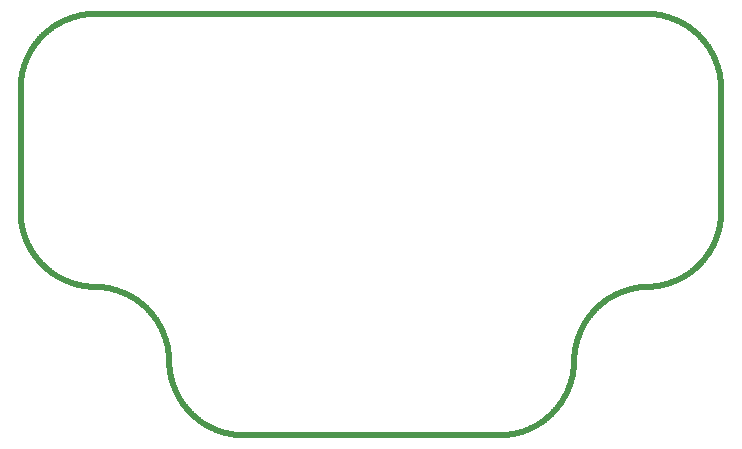
<source format=gbr>
G04 ( created by brdgerber.py ( brdgerber.py v0.1 2014-03-12 ) ) date 2020-07-15 17:06:23 EDT*
G04 Gerber Fmt 3.4, Leading zero omitted, Abs format*
%MOIN*%
%FSLAX34Y34*%
G01*
G70*
G90*
G04 APERTURE LIST*
%ADD13R,0.0550X0.0550*%
%ADD18C,0.0472*%
%ADD16C,0.1600*%
%ADD15C,0.0120*%
%ADD12C,0.0000*%
%ADD11C,0.0787*%
%ADD10C,0.0200*%
%ADD14C,0.0550*%
%ADD17C,0.0150*%
G04 APERTURE END LIST*
G54D13*
D10*
G01X-11250Y-01000D02*
G01X-11250Y-01000D01*
G01X-11250Y-01031D01*
G01X-11249Y-01061D01*
G01X-11248Y-01092D01*
G01X-11247Y-01123D01*
G01X-11245Y-01153D01*
G01X-11243Y-01184D01*
G01X-11241Y-01214D01*
G01X-11238Y-01245D01*
G01X-11235Y-01276D01*
G01X-11231Y-01306D01*
G01X-11227Y-01336D01*
G01X-11223Y-01367D01*
G01X-11218Y-01397D01*
G01X-11213Y-01427D01*
G01X-11208Y-01458D01*
G01X-11202Y-01488D01*
G01X-11196Y-01518D01*
G01X-11189Y-01548D01*
G01X-11182Y-01578D01*
G01X-11175Y-01607D01*
G01X-11167Y-01637D01*
G01X-11159Y-01667D01*
G01X-11151Y-01696D01*
G01X-11142Y-01726D01*
G01X-11133Y-01755D01*
G01X-11124Y-01784D01*
G01X-11114Y-01813D01*
G01X-11104Y-01842D01*
G01X-11093Y-01871D01*
G01X-11082Y-01900D01*
G01X-11071Y-01928D01*
G01X-11060Y-01957D01*
G01X-11048Y-01985D01*
G01X-11036Y-02013D01*
G01X-11023Y-02041D01*
G01X-11010Y-02069D01*
G01X-10997Y-02097D01*
G01X-10983Y-02124D01*
G01X-10969Y-02151D01*
G01X-10955Y-02178D01*
G01X-10940Y-02205D01*
G01X-10925Y-02232D01*
G01X-10910Y-02259D01*
G01X-10894Y-02285D01*
G01X-10878Y-02311D01*
G01X-10862Y-02337D01*
G01X-10846Y-02363D01*
G01X-10829Y-02389D01*
G01X-10811Y-02414D01*
G01X-10794Y-02440D01*
G01X-10776Y-02464D01*
G01X-10758Y-02489D01*
G01X-10740Y-02514D01*
G01X-10721Y-02538D01*
G01X-10702Y-02562D01*
G01X-10683Y-02586D01*
G01X-10663Y-02610D01*
G01X-10643Y-02633D01*
G01X-10623Y-02656D01*
G01X-10602Y-02679D01*
G01X-10582Y-02702D01*
G01X-10561Y-02724D01*
G01X-10539Y-02746D01*
G01X-10518Y-02768D01*
G01X-10496Y-02789D01*
G01X-10474Y-02811D01*
G01X-10452Y-02832D01*
G01X-10429Y-02852D01*
G01X-10406Y-02873D01*
G01X-10383Y-02893D01*
G01X-10360Y-02913D01*
G01X-10336Y-02933D01*
G01X-10312Y-02952D01*
G01X-10288Y-02971D01*
G01X-10264Y-02990D01*
G01X-10239Y-03008D01*
G01X-10214Y-03026D01*
G01X-10190Y-03044D01*
G01X-10164Y-03061D01*
G01X-10139Y-03079D01*
G01X-10113Y-03096D01*
G01X-10087Y-03112D01*
G01X-10061Y-03128D01*
G01X-10035Y-03144D01*
G01X-10009Y-03160D01*
G01X-09982Y-03175D01*
G01X-09955Y-03190D01*
G01X-09928Y-03205D01*
G01X-09901Y-03219D01*
G01X-09874Y-03233D01*
G01X-09847Y-03247D01*
G01X-09819Y-03260D01*
G01X-09791Y-03273D01*
G01X-09763Y-03286D01*
G01X-09735Y-03298D01*
G01X-09707Y-03310D01*
G01X-09678Y-03321D01*
G01X-09650Y-03332D01*
G01X-09621Y-03343D01*
G01X-09592Y-03354D01*
G01X-09563Y-03364D01*
G01X-09534Y-03374D01*
G01X-09505Y-03383D01*
G01X-09476Y-03392D01*
G01X-09446Y-03401D01*
G01X-09417Y-03409D01*
G01X-09387Y-03417D01*
G01X-09357Y-03425D01*
G01X-09328Y-03432D01*
G01X-09298Y-03439D01*
G01X-09268Y-03446D01*
G01X-09238Y-03452D01*
G01X-09208Y-03458D01*
G01X-09177Y-03463D01*
G01X-09147Y-03468D01*
G01X-09117Y-03473D01*
G01X-09086Y-03477D01*
G01X-09056Y-03481D01*
G01X-09026Y-03485D01*
G01X-08995Y-03488D01*
G01X-08964Y-03491D01*
G01X-08934Y-03493D01*
G01X-08903Y-03495D01*
G01X-08873Y-03497D01*
G01X-08842Y-03498D01*
G01X-08811Y-03499D01*
G01X-08781Y-03500D01*
G01X-08750Y-03500D01*
D10*
G01X-08750Y05600D02*
G01X09600Y05600D01*
D10*
G01X-11250Y03100D02*
G01X-11250Y-01000D01*
D10*
G01X12100Y03100D02*
G01X12100Y-01000D01*
D10*
G01X-08750Y05600D02*
G01X-08750Y05600D01*
G01X-08781Y05600D01*
G01X-08811Y05599D01*
G01X-08842Y05598D01*
G01X-08873Y05597D01*
G01X-08903Y05595D01*
G01X-08934Y05593D01*
G01X-08964Y05591D01*
G01X-08995Y05588D01*
G01X-09026Y05585D01*
G01X-09056Y05581D01*
G01X-09086Y05577D01*
G01X-09117Y05573D01*
G01X-09147Y05568D01*
G01X-09177Y05563D01*
G01X-09208Y05558D01*
G01X-09238Y05552D01*
G01X-09268Y05546D01*
G01X-09298Y05539D01*
G01X-09328Y05532D01*
G01X-09357Y05525D01*
G01X-09387Y05517D01*
G01X-09417Y05509D01*
G01X-09446Y05501D01*
G01X-09476Y05492D01*
G01X-09505Y05483D01*
G01X-09534Y05474D01*
G01X-09563Y05464D01*
G01X-09592Y05454D01*
G01X-09621Y05443D01*
G01X-09650Y05432D01*
G01X-09678Y05421D01*
G01X-09707Y05410D01*
G01X-09735Y05398D01*
G01X-09763Y05386D01*
G01X-09791Y05373D01*
G01X-09819Y05360D01*
G01X-09847Y05347D01*
G01X-09874Y05333D01*
G01X-09901Y05319D01*
G01X-09928Y05305D01*
G01X-09955Y05290D01*
G01X-09982Y05275D01*
G01X-10009Y05260D01*
G01X-10035Y05244D01*
G01X-10061Y05228D01*
G01X-10087Y05212D01*
G01X-10113Y05196D01*
G01X-10139Y05179D01*
G01X-10164Y05161D01*
G01X-10190Y05144D01*
G01X-10214Y05126D01*
G01X-10239Y05108D01*
G01X-10264Y05090D01*
G01X-10288Y05071D01*
G01X-10312Y05052D01*
G01X-10336Y05033D01*
G01X-10360Y05013D01*
G01X-10383Y04993D01*
G01X-10406Y04973D01*
G01X-10429Y04952D01*
G01X-10452Y04932D01*
G01X-10474Y04911D01*
G01X-10496Y04889D01*
G01X-10518Y04868D01*
G01X-10539Y04846D01*
G01X-10561Y04824D01*
G01X-10582Y04802D01*
G01X-10602Y04779D01*
G01X-10623Y04756D01*
G01X-10643Y04733D01*
G01X-10663Y04710D01*
G01X-10683Y04686D01*
G01X-10702Y04662D01*
G01X-10721Y04638D01*
G01X-10740Y04614D01*
G01X-10758Y04589D01*
G01X-10776Y04564D01*
G01X-10794Y04540D01*
G01X-10811Y04514D01*
G01X-10829Y04489D01*
G01X-10846Y04463D01*
G01X-10862Y04437D01*
G01X-10878Y04411D01*
G01X-10894Y04385D01*
G01X-10910Y04359D01*
G01X-10925Y04332D01*
G01X-10940Y04305D01*
G01X-10955Y04278D01*
G01X-10969Y04251D01*
G01X-10983Y04224D01*
G01X-10997Y04197D01*
G01X-11010Y04169D01*
G01X-11023Y04141D01*
G01X-11036Y04113D01*
G01X-11048Y04085D01*
G01X-11060Y04057D01*
G01X-11071Y04028D01*
G01X-11082Y04000D01*
G01X-11093Y03971D01*
G01X-11104Y03942D01*
G01X-11114Y03913D01*
G01X-11124Y03884D01*
G01X-11133Y03855D01*
G01X-11142Y03826D01*
G01X-11151Y03796D01*
G01X-11159Y03767D01*
G01X-11167Y03737D01*
G01X-11175Y03707D01*
G01X-11182Y03678D01*
G01X-11189Y03648D01*
G01X-11196Y03618D01*
G01X-11202Y03588D01*
G01X-11208Y03558D01*
G01X-11213Y03527D01*
G01X-11218Y03497D01*
G01X-11223Y03467D01*
G01X-11227Y03436D01*
G01X-11231Y03406D01*
G01X-11235Y03376D01*
G01X-11238Y03345D01*
G01X-11241Y03314D01*
G01X-11243Y03284D01*
G01X-11245Y03253D01*
G01X-11247Y03223D01*
G01X-11248Y03192D01*
G01X-11249Y03161D01*
G01X-11250Y03131D01*
G01X-11250Y03100D01*
D10*
G01X12100Y03100D02*
G01X12100Y03100D01*
G01X12100Y03131D01*
G01X12099Y03161D01*
G01X12098Y03192D01*
G01X12097Y03223D01*
G01X12095Y03253D01*
G01X12093Y03284D01*
G01X12091Y03314D01*
G01X12088Y03345D01*
G01X12085Y03376D01*
G01X12081Y03406D01*
G01X12077Y03436D01*
G01X12073Y03467D01*
G01X12068Y03497D01*
G01X12063Y03527D01*
G01X12058Y03558D01*
G01X12052Y03588D01*
G01X12046Y03618D01*
G01X12039Y03648D01*
G01X12032Y03678D01*
G01X12025Y03707D01*
G01X12017Y03737D01*
G01X12009Y03767D01*
G01X12001Y03796D01*
G01X11992Y03826D01*
G01X11983Y03855D01*
G01X11974Y03884D01*
G01X11964Y03913D01*
G01X11954Y03942D01*
G01X11943Y03971D01*
G01X11932Y04000D01*
G01X11921Y04028D01*
G01X11910Y04057D01*
G01X11898Y04085D01*
G01X11886Y04113D01*
G01X11873Y04141D01*
G01X11860Y04169D01*
G01X11847Y04197D01*
G01X11833Y04224D01*
G01X11819Y04251D01*
G01X11805Y04278D01*
G01X11790Y04305D01*
G01X11775Y04332D01*
G01X11760Y04359D01*
G01X11744Y04385D01*
G01X11728Y04411D01*
G01X11712Y04437D01*
G01X11696Y04463D01*
G01X11679Y04489D01*
G01X11661Y04514D01*
G01X11644Y04540D01*
G01X11626Y04564D01*
G01X11608Y04589D01*
G01X11590Y04614D01*
G01X11571Y04638D01*
G01X11552Y04662D01*
G01X11533Y04686D01*
G01X11513Y04710D01*
G01X11493Y04733D01*
G01X11473Y04756D01*
G01X11452Y04779D01*
G01X11432Y04802D01*
G01X11411Y04824D01*
G01X11389Y04846D01*
G01X11368Y04868D01*
G01X11346Y04889D01*
G01X11324Y04911D01*
G01X11302Y04932D01*
G01X11279Y04952D01*
G01X11256Y04973D01*
G01X11233Y04993D01*
G01X11210Y05013D01*
G01X11186Y05033D01*
G01X11162Y05052D01*
G01X11138Y05071D01*
G01X11114Y05090D01*
G01X11089Y05108D01*
G01X11064Y05126D01*
G01X11040Y05144D01*
G01X11014Y05161D01*
G01X10989Y05179D01*
G01X10963Y05196D01*
G01X10937Y05212D01*
G01X10911Y05228D01*
G01X10885Y05244D01*
G01X10859Y05260D01*
G01X10832Y05275D01*
G01X10805Y05290D01*
G01X10778Y05305D01*
G01X10751Y05319D01*
G01X10724Y05333D01*
G01X10697Y05347D01*
G01X10669Y05360D01*
G01X10641Y05373D01*
G01X10613Y05386D01*
G01X10585Y05398D01*
G01X10557Y05410D01*
G01X10528Y05421D01*
G01X10500Y05432D01*
G01X10471Y05443D01*
G01X10442Y05454D01*
G01X10413Y05464D01*
G01X10384Y05474D01*
G01X10355Y05483D01*
G01X10326Y05492D01*
G01X10296Y05501D01*
G01X10267Y05509D01*
G01X10237Y05517D01*
G01X10207Y05525D01*
G01X10178Y05532D01*
G01X10148Y05539D01*
G01X10118Y05546D01*
G01X10088Y05552D01*
G01X10058Y05558D01*
G01X10027Y05563D01*
G01X09997Y05568D01*
G01X09967Y05573D01*
G01X09936Y05577D01*
G01X09906Y05581D01*
G01X09876Y05585D01*
G01X09845Y05588D01*
G01X09814Y05591D01*
G01X09784Y05593D01*
G01X09753Y05595D01*
G01X09723Y05597D01*
G01X09692Y05598D01*
G01X09661Y05599D01*
G01X09631Y05600D01*
G01X09600Y05600D01*
D10*
G01X09600Y-03500D02*
G01X09600Y-03500D01*
G01X09631Y-03500D01*
G01X09661Y-03499D01*
G01X09692Y-03498D01*
G01X09723Y-03497D01*
G01X09753Y-03495D01*
G01X09784Y-03493D01*
G01X09814Y-03491D01*
G01X09845Y-03488D01*
G01X09876Y-03485D01*
G01X09906Y-03481D01*
G01X09936Y-03477D01*
G01X09967Y-03473D01*
G01X09997Y-03468D01*
G01X10027Y-03463D01*
G01X10058Y-03458D01*
G01X10088Y-03452D01*
G01X10118Y-03446D01*
G01X10148Y-03439D01*
G01X10178Y-03432D01*
G01X10207Y-03425D01*
G01X10237Y-03417D01*
G01X10267Y-03409D01*
G01X10296Y-03401D01*
G01X10326Y-03392D01*
G01X10355Y-03383D01*
G01X10384Y-03374D01*
G01X10413Y-03364D01*
G01X10442Y-03354D01*
G01X10471Y-03343D01*
G01X10500Y-03332D01*
G01X10528Y-03321D01*
G01X10557Y-03310D01*
G01X10585Y-03298D01*
G01X10613Y-03286D01*
G01X10641Y-03273D01*
G01X10669Y-03260D01*
G01X10697Y-03247D01*
G01X10724Y-03233D01*
G01X10751Y-03219D01*
G01X10778Y-03205D01*
G01X10805Y-03190D01*
G01X10832Y-03175D01*
G01X10859Y-03160D01*
G01X10885Y-03144D01*
G01X10911Y-03128D01*
G01X10937Y-03112D01*
G01X10963Y-03096D01*
G01X10989Y-03079D01*
G01X11014Y-03061D01*
G01X11040Y-03044D01*
G01X11064Y-03026D01*
G01X11089Y-03008D01*
G01X11114Y-02990D01*
G01X11138Y-02971D01*
G01X11162Y-02952D01*
G01X11186Y-02933D01*
G01X11210Y-02913D01*
G01X11233Y-02893D01*
G01X11256Y-02873D01*
G01X11279Y-02852D01*
G01X11302Y-02832D01*
G01X11324Y-02811D01*
G01X11346Y-02789D01*
G01X11368Y-02768D01*
G01X11389Y-02746D01*
G01X11411Y-02724D01*
G01X11432Y-02702D01*
G01X11452Y-02679D01*
G01X11473Y-02656D01*
G01X11493Y-02633D01*
G01X11513Y-02610D01*
G01X11533Y-02586D01*
G01X11552Y-02562D01*
G01X11571Y-02538D01*
G01X11590Y-02514D01*
G01X11608Y-02489D01*
G01X11626Y-02464D01*
G01X11644Y-02440D01*
G01X11661Y-02414D01*
G01X11679Y-02389D01*
G01X11696Y-02363D01*
G01X11712Y-02337D01*
G01X11728Y-02311D01*
G01X11744Y-02285D01*
G01X11760Y-02259D01*
G01X11775Y-02232D01*
G01X11790Y-02205D01*
G01X11805Y-02178D01*
G01X11819Y-02151D01*
G01X11833Y-02124D01*
G01X11847Y-02097D01*
G01X11860Y-02069D01*
G01X11873Y-02041D01*
G01X11886Y-02013D01*
G01X11898Y-01985D01*
G01X11910Y-01957D01*
G01X11921Y-01928D01*
G01X11932Y-01900D01*
G01X11943Y-01871D01*
G01X11954Y-01842D01*
G01X11964Y-01813D01*
G01X11974Y-01784D01*
G01X11983Y-01755D01*
G01X11992Y-01726D01*
G01X12001Y-01696D01*
G01X12009Y-01667D01*
G01X12017Y-01637D01*
G01X12025Y-01607D01*
G01X12032Y-01578D01*
G01X12039Y-01548D01*
G01X12046Y-01518D01*
G01X12052Y-01488D01*
G01X12058Y-01458D01*
G01X12063Y-01427D01*
G01X12068Y-01397D01*
G01X12073Y-01367D01*
G01X12077Y-01336D01*
G01X12081Y-01306D01*
G01X12085Y-01276D01*
G01X12088Y-01245D01*
G01X12091Y-01214D01*
G01X12093Y-01184D01*
G01X12095Y-01153D01*
G01X12097Y-01123D01*
G01X12098Y-01092D01*
G01X12099Y-01061D01*
G01X12100Y-01031D01*
G01X12100Y-01000D01*
D10*
G01X09700Y-03500D02*
G01X09700Y-03500D01*
G01X09669Y-03500D01*
G01X09639Y-03501D01*
G01X09608Y-03502D01*
G01X09577Y-03503D01*
G01X09547Y-03505D01*
G01X09516Y-03507D01*
G01X09486Y-03509D01*
G01X09455Y-03512D01*
G01X09424Y-03515D01*
G01X09394Y-03519D01*
G01X09364Y-03523D01*
G01X09333Y-03527D01*
G01X09303Y-03532D01*
G01X09273Y-03537D01*
G01X09242Y-03542D01*
G01X09212Y-03548D01*
G01X09182Y-03554D01*
G01X09152Y-03561D01*
G01X09122Y-03568D01*
G01X09093Y-03575D01*
G01X09063Y-03583D01*
G01X09033Y-03591D01*
G01X09004Y-03599D01*
G01X08974Y-03608D01*
G01X08945Y-03617D01*
G01X08916Y-03626D01*
G01X08887Y-03636D01*
G01X08858Y-03646D01*
G01X08829Y-03657D01*
G01X08800Y-03668D01*
G01X08772Y-03679D01*
G01X08743Y-03690D01*
G01X08715Y-03702D01*
G01X08687Y-03714D01*
G01X08659Y-03727D01*
G01X08631Y-03740D01*
G01X08603Y-03753D01*
G01X08576Y-03767D01*
G01X08549Y-03781D01*
G01X08522Y-03795D01*
G01X08495Y-03810D01*
G01X08468Y-03825D01*
G01X08441Y-03840D01*
G01X08415Y-03856D01*
G01X08389Y-03872D01*
G01X08363Y-03888D01*
G01X08337Y-03904D01*
G01X08311Y-03921D01*
G01X08286Y-03939D01*
G01X08260Y-03956D01*
G01X08236Y-03974D01*
G01X08211Y-03992D01*
G01X08186Y-04010D01*
G01X08162Y-04029D01*
G01X08138Y-04048D01*
G01X08114Y-04067D01*
G01X08090Y-04087D01*
G01X08067Y-04107D01*
G01X08044Y-04127D01*
G01X08021Y-04148D01*
G01X07998Y-04168D01*
G01X07976Y-04189D01*
G01X07954Y-04211D01*
G01X07932Y-04232D01*
G01X07911Y-04254D01*
G01X07889Y-04276D01*
G01X07868Y-04298D01*
G01X07848Y-04321D01*
G01X07827Y-04344D01*
G01X07807Y-04367D01*
G01X07787Y-04390D01*
G01X07767Y-04414D01*
G01X07748Y-04438D01*
G01X07729Y-04462D01*
G01X07710Y-04486D01*
G01X07692Y-04511D01*
G01X07674Y-04536D01*
G01X07656Y-04560D01*
G01X07639Y-04586D01*
G01X07621Y-04611D01*
G01X07604Y-04637D01*
G01X07588Y-04663D01*
G01X07572Y-04689D01*
G01X07556Y-04715D01*
G01X07540Y-04741D01*
G01X07525Y-04768D01*
G01X07510Y-04795D01*
G01X07495Y-04822D01*
G01X07481Y-04849D01*
G01X07467Y-04876D01*
G01X07453Y-04903D01*
G01X07440Y-04931D01*
G01X07427Y-04959D01*
G01X07414Y-04987D01*
G01X07402Y-05015D01*
G01X07390Y-05043D01*
G01X07379Y-05072D01*
G01X07368Y-05100D01*
G01X07357Y-05129D01*
G01X07346Y-05158D01*
G01X07336Y-05187D01*
G01X07326Y-05216D01*
G01X07317Y-05245D01*
G01X07308Y-05274D01*
G01X07299Y-05304D01*
G01X07291Y-05333D01*
G01X07283Y-05363D01*
G01X07275Y-05393D01*
G01X07268Y-05422D01*
G01X07261Y-05452D01*
G01X07254Y-05482D01*
G01X07248Y-05512D01*
G01X07242Y-05542D01*
G01X07237Y-05573D01*
G01X07232Y-05603D01*
G01X07227Y-05633D01*
G01X07223Y-05664D01*
G01X07219Y-05694D01*
G01X07215Y-05724D01*
G01X07212Y-05755D01*
G01X07209Y-05786D01*
G01X07207Y-05816D01*
G01X07205Y-05847D01*
G01X07203Y-05877D01*
G01X07202Y-05908D01*
G01X07201Y-05939D01*
G01X07200Y-05969D01*
G01X07200Y-06000D01*
D10*
G01X-06300Y-06000D02*
G01X-06300Y-06000D01*
G01X-06300Y-05969D01*
G01X-06301Y-05939D01*
G01X-06302Y-05908D01*
G01X-06303Y-05877D01*
G01X-06305Y-05847D01*
G01X-06307Y-05816D01*
G01X-06309Y-05786D01*
G01X-06312Y-05755D01*
G01X-06315Y-05724D01*
G01X-06319Y-05694D01*
G01X-06323Y-05664D01*
G01X-06327Y-05633D01*
G01X-06332Y-05603D01*
G01X-06337Y-05573D01*
G01X-06342Y-05542D01*
G01X-06348Y-05512D01*
G01X-06354Y-05482D01*
G01X-06361Y-05452D01*
G01X-06368Y-05422D01*
G01X-06375Y-05393D01*
G01X-06383Y-05363D01*
G01X-06391Y-05333D01*
G01X-06399Y-05304D01*
G01X-06408Y-05274D01*
G01X-06417Y-05245D01*
G01X-06426Y-05216D01*
G01X-06436Y-05187D01*
G01X-06446Y-05158D01*
G01X-06457Y-05129D01*
G01X-06468Y-05100D01*
G01X-06479Y-05072D01*
G01X-06490Y-05043D01*
G01X-06502Y-05015D01*
G01X-06514Y-04987D01*
G01X-06527Y-04959D01*
G01X-06540Y-04931D01*
G01X-06553Y-04903D01*
G01X-06567Y-04876D01*
G01X-06581Y-04849D01*
G01X-06595Y-04822D01*
G01X-06610Y-04795D01*
G01X-06625Y-04768D01*
G01X-06640Y-04741D01*
G01X-06656Y-04715D01*
G01X-06672Y-04689D01*
G01X-06688Y-04663D01*
G01X-06704Y-04637D01*
G01X-06721Y-04611D01*
G01X-06739Y-04586D01*
G01X-06756Y-04560D01*
G01X-06774Y-04536D01*
G01X-06792Y-04511D01*
G01X-06810Y-04486D01*
G01X-06829Y-04462D01*
G01X-06848Y-04438D01*
G01X-06867Y-04414D01*
G01X-06887Y-04390D01*
G01X-06907Y-04367D01*
G01X-06927Y-04344D01*
G01X-06948Y-04321D01*
G01X-06968Y-04298D01*
G01X-06989Y-04276D01*
G01X-07011Y-04254D01*
G01X-07032Y-04232D01*
G01X-07054Y-04211D01*
G01X-07076Y-04189D01*
G01X-07098Y-04168D01*
G01X-07121Y-04148D01*
G01X-07144Y-04127D01*
G01X-07167Y-04107D01*
G01X-07190Y-04087D01*
G01X-07214Y-04067D01*
G01X-07238Y-04048D01*
G01X-07262Y-04029D01*
G01X-07286Y-04010D01*
G01X-07311Y-03992D01*
G01X-07336Y-03974D01*
G01X-07360Y-03956D01*
G01X-07386Y-03939D01*
G01X-07411Y-03921D01*
G01X-07437Y-03904D01*
G01X-07463Y-03888D01*
G01X-07489Y-03872D01*
G01X-07515Y-03856D01*
G01X-07541Y-03840D01*
G01X-07568Y-03825D01*
G01X-07595Y-03810D01*
G01X-07622Y-03795D01*
G01X-07649Y-03781D01*
G01X-07676Y-03767D01*
G01X-07703Y-03753D01*
G01X-07731Y-03740D01*
G01X-07759Y-03727D01*
G01X-07787Y-03714D01*
G01X-07815Y-03702D01*
G01X-07843Y-03690D01*
G01X-07872Y-03679D01*
G01X-07900Y-03668D01*
G01X-07929Y-03657D01*
G01X-07958Y-03646D01*
G01X-07987Y-03636D01*
G01X-08016Y-03626D01*
G01X-08045Y-03617D01*
G01X-08074Y-03608D01*
G01X-08104Y-03599D01*
G01X-08133Y-03591D01*
G01X-08163Y-03583D01*
G01X-08193Y-03575D01*
G01X-08222Y-03568D01*
G01X-08252Y-03561D01*
G01X-08282Y-03554D01*
G01X-08312Y-03548D01*
G01X-08342Y-03542D01*
G01X-08373Y-03537D01*
G01X-08403Y-03532D01*
G01X-08433Y-03527D01*
G01X-08464Y-03523D01*
G01X-08494Y-03519D01*
G01X-08524Y-03515D01*
G01X-08555Y-03512D01*
G01X-08586Y-03509D01*
G01X-08616Y-03507D01*
G01X-08647Y-03505D01*
G01X-08677Y-03503D01*
G01X-08708Y-03502D01*
G01X-08739Y-03501D01*
G01X-08769Y-03500D01*
G01X-08800Y-03500D01*
D10*
G01X-06300Y-05950D02*
G01X-06300Y-05950D01*
G01X-06300Y-05981D01*
G01X-06299Y-06011D01*
G01X-06298Y-06042D01*
G01X-06297Y-06073D01*
G01X-06295Y-06103D01*
G01X-06293Y-06134D01*
G01X-06291Y-06164D01*
G01X-06288Y-06195D01*
G01X-06285Y-06226D01*
G01X-06281Y-06256D01*
G01X-06277Y-06286D01*
G01X-06273Y-06317D01*
G01X-06268Y-06347D01*
G01X-06263Y-06377D01*
G01X-06258Y-06408D01*
G01X-06252Y-06438D01*
G01X-06246Y-06468D01*
G01X-06239Y-06498D01*
G01X-06232Y-06528D01*
G01X-06225Y-06557D01*
G01X-06217Y-06587D01*
G01X-06209Y-06617D01*
G01X-06201Y-06646D01*
G01X-06192Y-06676D01*
G01X-06183Y-06705D01*
G01X-06174Y-06734D01*
G01X-06164Y-06763D01*
G01X-06154Y-06792D01*
G01X-06143Y-06821D01*
G01X-06132Y-06850D01*
G01X-06121Y-06878D01*
G01X-06110Y-06907D01*
G01X-06098Y-06935D01*
G01X-06086Y-06963D01*
G01X-06073Y-06991D01*
G01X-06060Y-07019D01*
G01X-06047Y-07047D01*
G01X-06033Y-07074D01*
G01X-06019Y-07101D01*
G01X-06005Y-07128D01*
G01X-05990Y-07155D01*
G01X-05975Y-07182D01*
G01X-05960Y-07209D01*
G01X-05944Y-07235D01*
G01X-05928Y-07261D01*
G01X-05912Y-07287D01*
G01X-05896Y-07313D01*
G01X-05879Y-07339D01*
G01X-05861Y-07364D01*
G01X-05844Y-07390D01*
G01X-05826Y-07414D01*
G01X-05808Y-07439D01*
G01X-05790Y-07464D01*
G01X-05771Y-07488D01*
G01X-05752Y-07512D01*
G01X-05733Y-07536D01*
G01X-05713Y-07560D01*
G01X-05693Y-07583D01*
G01X-05673Y-07606D01*
G01X-05652Y-07629D01*
G01X-05632Y-07652D01*
G01X-05611Y-07674D01*
G01X-05589Y-07696D01*
G01X-05568Y-07718D01*
G01X-05546Y-07739D01*
G01X-05524Y-07761D01*
G01X-05502Y-07782D01*
G01X-05479Y-07802D01*
G01X-05456Y-07823D01*
G01X-05433Y-07843D01*
G01X-05410Y-07863D01*
G01X-05386Y-07883D01*
G01X-05362Y-07902D01*
G01X-05338Y-07921D01*
G01X-05314Y-07940D01*
G01X-05289Y-07958D01*
G01X-05264Y-07976D01*
G01X-05240Y-07994D01*
G01X-05214Y-08011D01*
G01X-05189Y-08029D01*
G01X-05163Y-08046D01*
G01X-05137Y-08062D01*
G01X-05111Y-08078D01*
G01X-05085Y-08094D01*
G01X-05059Y-08110D01*
G01X-05032Y-08125D01*
G01X-05005Y-08140D01*
G01X-04978Y-08155D01*
G01X-04951Y-08169D01*
G01X-04924Y-08183D01*
G01X-04897Y-08197D01*
G01X-04869Y-08210D01*
G01X-04841Y-08223D01*
G01X-04813Y-08236D01*
G01X-04785Y-08248D01*
G01X-04757Y-08260D01*
G01X-04728Y-08271D01*
G01X-04700Y-08282D01*
G01X-04671Y-08293D01*
G01X-04642Y-08304D01*
G01X-04613Y-08314D01*
G01X-04584Y-08324D01*
G01X-04555Y-08333D01*
G01X-04526Y-08342D01*
G01X-04496Y-08351D01*
G01X-04467Y-08359D01*
G01X-04437Y-08367D01*
G01X-04407Y-08375D01*
G01X-04378Y-08382D01*
G01X-04348Y-08389D01*
G01X-04318Y-08396D01*
G01X-04288Y-08402D01*
G01X-04258Y-08408D01*
G01X-04227Y-08413D01*
G01X-04197Y-08418D01*
G01X-04167Y-08423D01*
G01X-04136Y-08427D01*
G01X-04106Y-08431D01*
G01X-04076Y-08435D01*
G01X-04045Y-08438D01*
G01X-04014Y-08441D01*
G01X-03984Y-08443D01*
G01X-03953Y-08445D01*
G01X-03923Y-08447D01*
G01X-03892Y-08448D01*
G01X-03861Y-08449D01*
G01X-03831Y-08450D01*
G01X-03800Y-08450D01*
D10*
G01X04700Y-08450D02*
G01X04700Y-08450D01*
G01X04731Y-08450D01*
G01X04761Y-08449D01*
G01X04792Y-08448D01*
G01X04823Y-08447D01*
G01X04853Y-08445D01*
G01X04884Y-08443D01*
G01X04914Y-08441D01*
G01X04945Y-08438D01*
G01X04976Y-08435D01*
G01X05006Y-08431D01*
G01X05036Y-08427D01*
G01X05067Y-08423D01*
G01X05097Y-08418D01*
G01X05127Y-08413D01*
G01X05158Y-08408D01*
G01X05188Y-08402D01*
G01X05218Y-08396D01*
G01X05248Y-08389D01*
G01X05278Y-08382D01*
G01X05307Y-08375D01*
G01X05337Y-08367D01*
G01X05367Y-08359D01*
G01X05396Y-08351D01*
G01X05426Y-08342D01*
G01X05455Y-08333D01*
G01X05484Y-08324D01*
G01X05513Y-08314D01*
G01X05542Y-08304D01*
G01X05571Y-08293D01*
G01X05600Y-08282D01*
G01X05628Y-08271D01*
G01X05657Y-08260D01*
G01X05685Y-08248D01*
G01X05713Y-08236D01*
G01X05741Y-08223D01*
G01X05769Y-08210D01*
G01X05797Y-08197D01*
G01X05824Y-08183D01*
G01X05851Y-08169D01*
G01X05878Y-08155D01*
G01X05905Y-08140D01*
G01X05932Y-08125D01*
G01X05959Y-08110D01*
G01X05985Y-08094D01*
G01X06011Y-08078D01*
G01X06037Y-08062D01*
G01X06063Y-08046D01*
G01X06089Y-08029D01*
G01X06114Y-08011D01*
G01X06140Y-07994D01*
G01X06164Y-07976D01*
G01X06189Y-07958D01*
G01X06214Y-07940D01*
G01X06238Y-07921D01*
G01X06262Y-07902D01*
G01X06286Y-07883D01*
G01X06310Y-07863D01*
G01X06333Y-07843D01*
G01X06356Y-07823D01*
G01X06379Y-07802D01*
G01X06402Y-07782D01*
G01X06424Y-07761D01*
G01X06446Y-07739D01*
G01X06468Y-07718D01*
G01X06489Y-07696D01*
G01X06511Y-07674D01*
G01X06532Y-07652D01*
G01X06552Y-07629D01*
G01X06573Y-07606D01*
G01X06593Y-07583D01*
G01X06613Y-07560D01*
G01X06633Y-07536D01*
G01X06652Y-07512D01*
G01X06671Y-07488D01*
G01X06690Y-07464D01*
G01X06708Y-07439D01*
G01X06726Y-07414D01*
G01X06744Y-07390D01*
G01X06761Y-07364D01*
G01X06779Y-07339D01*
G01X06796Y-07313D01*
G01X06812Y-07287D01*
G01X06828Y-07261D01*
G01X06844Y-07235D01*
G01X06860Y-07209D01*
G01X06875Y-07182D01*
G01X06890Y-07155D01*
G01X06905Y-07128D01*
G01X06919Y-07101D01*
G01X06933Y-07074D01*
G01X06947Y-07047D01*
G01X06960Y-07019D01*
G01X06973Y-06991D01*
G01X06986Y-06963D01*
G01X06998Y-06935D01*
G01X07010Y-06907D01*
G01X07021Y-06878D01*
G01X07032Y-06850D01*
G01X07043Y-06821D01*
G01X07054Y-06792D01*
G01X07064Y-06763D01*
G01X07074Y-06734D01*
G01X07083Y-06705D01*
G01X07092Y-06676D01*
G01X07101Y-06646D01*
G01X07109Y-06617D01*
G01X07117Y-06587D01*
G01X07125Y-06557D01*
G01X07132Y-06528D01*
G01X07139Y-06498D01*
G01X07146Y-06468D01*
G01X07152Y-06438D01*
G01X07158Y-06408D01*
G01X07163Y-06377D01*
G01X07168Y-06347D01*
G01X07173Y-06317D01*
G01X07177Y-06286D01*
G01X07181Y-06256D01*
G01X07185Y-06226D01*
G01X07188Y-06195D01*
G01X07191Y-06164D01*
G01X07193Y-06134D01*
G01X07195Y-06103D01*
G01X07197Y-06073D01*
G01X07198Y-06042D01*
G01X07199Y-06011D01*
G01X07200Y-05981D01*
G01X07200Y-05950D01*
D10*
G01X-03850Y-08450D02*
G01X04750Y-08450D01*
M02*

</source>
